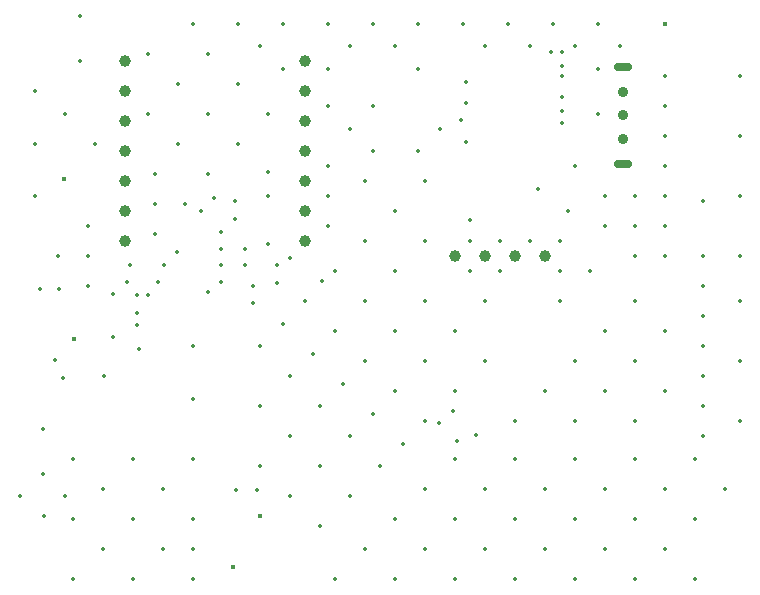
<source format=gbr>
%TF.GenerationSoftware,KiCad,Pcbnew,9.0.7*%
%TF.CreationDate,2026-02-15T10:57:48-05:00*%
%TF.ProjectId,destinationWeatherStation_v4-5,64657374-696e-4617-9469-6f6e57656174,03*%
%TF.SameCoordinates,PX6bcb370PY43d3480*%
%TF.FileFunction,Plated,1,2,PTH,Mixed*%
%TF.FilePolarity,Positive*%
%FSLAX46Y46*%
G04 Gerber Fmt 4.6, Leading zero omitted, Abs format (unit mm)*
G04 Created by KiCad (PCBNEW 9.0.7) date 2026-02-15 10:57:48*
%MOMM*%
%LPD*%
G01*
G04 APERTURE LIST*
%TA.AperFunction,ViaDrill*%
%ADD10C,0.350000*%
%TD*%
%TA.AperFunction,ViaDrill*%
%ADD11C,0.400000*%
%TD*%
G04 aperture for slot hole*
%TA.AperFunction,ComponentDrill*%
%ADD12C,0.700000*%
%TD*%
%TA.AperFunction,ComponentDrill*%
%ADD13C,0.900000*%
%TD*%
%TA.AperFunction,ComponentDrill*%
%ADD14C,1.000000*%
%TD*%
G04 APERTURE END LIST*
D10*
X1270000Y-41910000D03*
X2540000Y-7620000D03*
X2540000Y-12065000D03*
X2540000Y-16510000D03*
X2921000Y-24384000D03*
X3175000Y-36195000D03*
X3175000Y-40005000D03*
X3302000Y-43561000D03*
X4191000Y-30353000D03*
X4445000Y-21590000D03*
X4572000Y-24384000D03*
X4884000Y-31914000D03*
X5080000Y-9525000D03*
X5080000Y-41910000D03*
X5715000Y-38735000D03*
X5715000Y-43815000D03*
X5715000Y-48895000D03*
X6350000Y-1270000D03*
X6350000Y-5080000D03*
X6985000Y-19050000D03*
X6985000Y-21590000D03*
X6985000Y-24130000D03*
X7620000Y-12065000D03*
X8255000Y-41275000D03*
X8255000Y-46355000D03*
X8382000Y-31750000D03*
X9144000Y-24765000D03*
X9144000Y-28448000D03*
X10287000Y-23749000D03*
X10541000Y-22352000D03*
X10795000Y-38735000D03*
X10795000Y-43815000D03*
X10795000Y-48895000D03*
X11150600Y-24892000D03*
X11150600Y-26416000D03*
X11161500Y-27432000D03*
X11366500Y-29400500D03*
X12065000Y-4445000D03*
X12065000Y-9525000D03*
X12090400Y-24892000D03*
X12700000Y-14605000D03*
X12700000Y-17145000D03*
X12700000Y-19685000D03*
X12954000Y-23749000D03*
X13335000Y-41275000D03*
X13335000Y-46355000D03*
X13462000Y-22352000D03*
X14528800Y-21234400D03*
X14605000Y-6985000D03*
X14605000Y-12065000D03*
X15240000Y-17145000D03*
X15875000Y-1905000D03*
X15875000Y-29210000D03*
X15875000Y-33655000D03*
X15875000Y-38735000D03*
X15875000Y-43815000D03*
X15875000Y-46355000D03*
X15875000Y-48895000D03*
X16573500Y-17716500D03*
X17145000Y-4445000D03*
X17145000Y-9525000D03*
X17145000Y-14605000D03*
X17145000Y-24638000D03*
X17653000Y-16637000D03*
X18288000Y-19558000D03*
X18288000Y-20955000D03*
X18288000Y-22352000D03*
X18288000Y-23749000D03*
X19431000Y-16891000D03*
X19431000Y-18415000D03*
X19564000Y-41408000D03*
X19685000Y-1905000D03*
X19685000Y-6985000D03*
X19685000Y-12065000D03*
X20320000Y-20955000D03*
X20320000Y-22352000D03*
X20955000Y-24130000D03*
X20955000Y-25527000D03*
X21336000Y-41402000D03*
X21590000Y-3810000D03*
X21590000Y-29210000D03*
X21590000Y-34290000D03*
X21590000Y-39370000D03*
X22225000Y-9525000D03*
X22225000Y-14478000D03*
X22225000Y-16510000D03*
X22225000Y-20574000D03*
X22987000Y-22352000D03*
X22987000Y-23876000D03*
X23495000Y-1905000D03*
X23495000Y-5715000D03*
X23495000Y-27305000D03*
X24130000Y-21717000D03*
X24130000Y-31750000D03*
X24130000Y-36830000D03*
X24130000Y-41910000D03*
X25400000Y-25400000D03*
X26035000Y-29845000D03*
X26670000Y-34290000D03*
X26670000Y-39370000D03*
X26670000Y-44450000D03*
X26860500Y-23685500D03*
X27305000Y-1905000D03*
X27305000Y-5715000D03*
X27305000Y-8890000D03*
X27305000Y-13970000D03*
X27305000Y-16510000D03*
X27305000Y-19050000D03*
X27940000Y-22860000D03*
X27940000Y-27940000D03*
X27940000Y-48895000D03*
X28575000Y-32385000D03*
X29210000Y-3810000D03*
X29210000Y-10795000D03*
X29210000Y-36830000D03*
X29210000Y-41910000D03*
X30480000Y-15240000D03*
X30480000Y-20320000D03*
X30480000Y-25400000D03*
X30480000Y-30480000D03*
X30480000Y-46355000D03*
X31115000Y-1905000D03*
X31115000Y-8890000D03*
X31115000Y-12700000D03*
X31115000Y-34925000D03*
X31750000Y-39370000D03*
X33020000Y-3810000D03*
X33020000Y-17780000D03*
X33020000Y-22860000D03*
X33020000Y-27940000D03*
X33020000Y-33020000D03*
X33020000Y-43815000D03*
X33020000Y-48895000D03*
X33655000Y-37465000D03*
X34925000Y-1905000D03*
X34925000Y-5715000D03*
X34925000Y-12700000D03*
X35560000Y-15240000D03*
X35560000Y-20320000D03*
X35560000Y-25400000D03*
X35560000Y-30480000D03*
X35560000Y-35560000D03*
X35560000Y-41275000D03*
X35560000Y-46355000D03*
X36763190Y-35747190D03*
X36830000Y-10795000D03*
X37874617Y-34699617D03*
X38100000Y-27940000D03*
X38100000Y-33020000D03*
X38100000Y-38735000D03*
X38100000Y-43815000D03*
X38100000Y-48895000D03*
X38227000Y-37211000D03*
X38608000Y-10033000D03*
X38735000Y-1905000D03*
X38989000Y-6858000D03*
X38989000Y-8636000D03*
X38989000Y-11938000D03*
X39370000Y-18542000D03*
X39370000Y-20320000D03*
X39370000Y-22860000D03*
X39878000Y-36703000D03*
X40640000Y-3810000D03*
X40640000Y-25400000D03*
X40640000Y-30480000D03*
X40640000Y-41275000D03*
X40640000Y-46355000D03*
X41910000Y-20320000D03*
X41910000Y-22860000D03*
X42545000Y-1905000D03*
X43180000Y-35560000D03*
X43180000Y-38735000D03*
X43180000Y-43815000D03*
X43180000Y-48895000D03*
X44450000Y-3810000D03*
X44450000Y-20320000D03*
X45085000Y-15875000D03*
X45720000Y-33020000D03*
X45720000Y-41275000D03*
X45720000Y-46355000D03*
X46228000Y-4318000D03*
X46355000Y-1905000D03*
X46990000Y-20320000D03*
X46990000Y-22860000D03*
X46990000Y-25400000D03*
X47117000Y-4318000D03*
X47117000Y-5461000D03*
X47117000Y-6350000D03*
X47117000Y-8128000D03*
X47117000Y-9271000D03*
X47117000Y-10293350D03*
X47625000Y-17780000D03*
X48260000Y-3810000D03*
X48260000Y-13970000D03*
X48260000Y-30480000D03*
X48260000Y-35560000D03*
X48260000Y-38735000D03*
X48260000Y-43815000D03*
X48260000Y-48895000D03*
X49530000Y-22860000D03*
X50165000Y-1905000D03*
X50165000Y-5715000D03*
X50165000Y-9525000D03*
X50800000Y-16510000D03*
X50800000Y-19050000D03*
X50800000Y-27940000D03*
X50800000Y-33020000D03*
X50800000Y-41275000D03*
X50800000Y-46355000D03*
X52070000Y-3810000D03*
X53340000Y-16510000D03*
X53340000Y-19050000D03*
X53340000Y-21590000D03*
X53340000Y-25400000D03*
X53340000Y-30480000D03*
X53340000Y-35560000D03*
X53340000Y-38735000D03*
X53340000Y-43815000D03*
X53340000Y-48895000D03*
X55880000Y-6350000D03*
X55880000Y-8890000D03*
X55880000Y-11430000D03*
X55880000Y-13970000D03*
X55880000Y-16510000D03*
X55880000Y-19050000D03*
X55880000Y-21590000D03*
X55880000Y-27940000D03*
X55880000Y-33020000D03*
X55880000Y-41275000D03*
X55880000Y-46355000D03*
X58420000Y-38735000D03*
X58420000Y-43815000D03*
X58420000Y-48895000D03*
X59055000Y-16891000D03*
X59055000Y-21590000D03*
X59055000Y-24130000D03*
X59055000Y-26670000D03*
X59055000Y-29210000D03*
X59055000Y-31750000D03*
X59055000Y-34290000D03*
X59055000Y-36830000D03*
X60960000Y-41275000D03*
X62230000Y-6350000D03*
X62230000Y-11430000D03*
X62230000Y-16510000D03*
X62230000Y-21590000D03*
X62230000Y-25400000D03*
X62230000Y-30480000D03*
X62230000Y-35560000D03*
D11*
X4978400Y-15011400D03*
X5842000Y-28575000D03*
X19304000Y-47879000D03*
X21590000Y-43561000D03*
X55880000Y-1905000D03*
D12*
%TO.C,SW1*%
X52724000Y-5552000D02*
X51924000Y-5552000D01*
X52724000Y-13752000D02*
X51924000Y-13752000D01*
D13*
X52324000Y-7652000D03*
X52324000Y-9652000D03*
X52324000Y-11652000D03*
D14*
%TO.C,U1*%
X10160000Y-5080000D03*
X10160000Y-7620000D03*
X10160000Y-10160000D03*
X10160000Y-12700000D03*
X10160000Y-15240000D03*
X10160000Y-17780000D03*
X10160000Y-20320000D03*
X25400000Y-5080000D03*
X25400000Y-7620000D03*
X25400000Y-10160000D03*
X25400000Y-12700000D03*
X25400000Y-15240000D03*
X25400000Y-17780000D03*
X25400000Y-20320000D03*
%TO.C,U3*%
X38100000Y-21590000D03*
X40640000Y-21590000D03*
X43180000Y-21590000D03*
X45720000Y-21590000D03*
M02*

</source>
